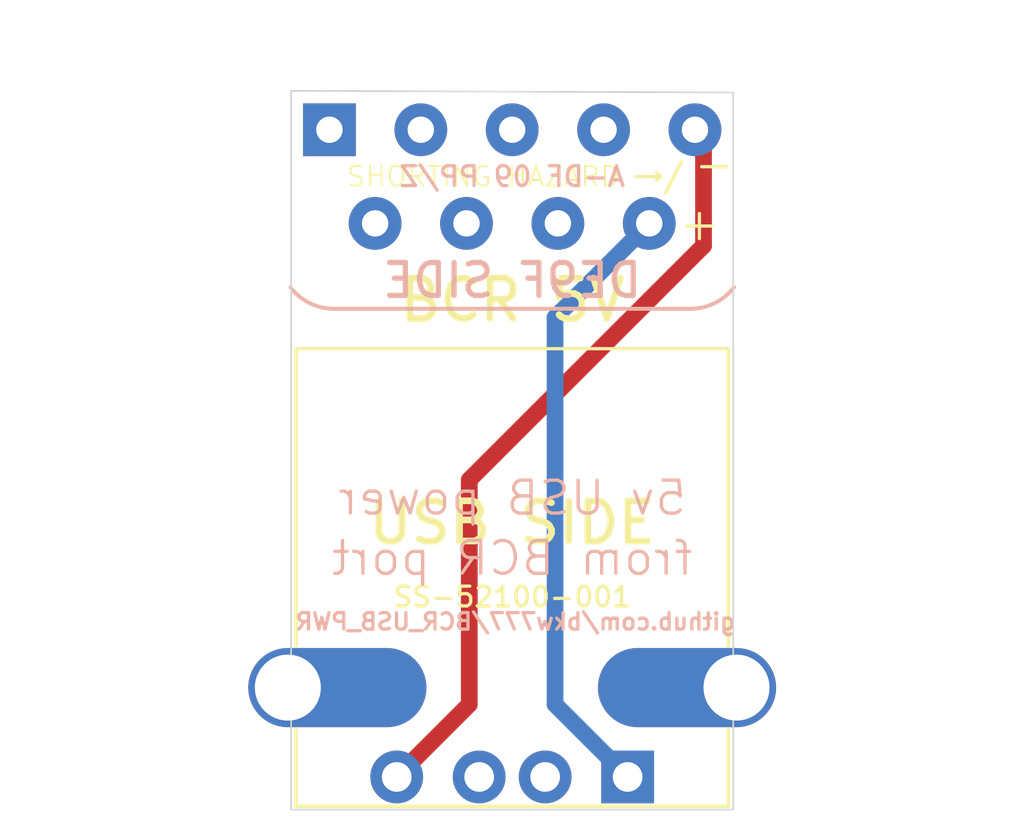
<source format=kicad_pcb>
(kicad_pcb (version 20171130) (host pcbnew 5.1.5-52549c5~84~ubuntu19.04.1)

  (general
    (thickness 1.6)
    (drawings 23)
    (tracks 8)
    (zones 0)
    (modules 2)
    (nets 4)
  )

  (page A4)
  (layers
    (0 F.Cu signal)
    (31 B.Cu signal)
    (32 B.Adhes user hide)
    (33 F.Adhes user hide)
    (34 B.Paste user hide)
    (35 F.Paste user hide)
    (36 B.SilkS user)
    (37 F.SilkS user)
    (38 B.Mask user)
    (39 F.Mask user hide)
    (40 Dwgs.User user hide)
    (41 Cmts.User user hide)
    (42 Eco1.User user hide)
    (43 Eco2.User user hide)
    (44 Edge.Cuts user)
    (45 Margin user hide)
    (46 B.CrtYd user hide)
    (47 F.CrtYd user hide)
    (48 B.Fab user hide)
    (49 F.Fab user hide)
  )

  (setup
    (last_trace_width 0.25)
    (user_trace_width 0.508)
    (trace_clearance 0.2)
    (zone_clearance 0.508)
    (zone_45_only no)
    (trace_min 0.2)
    (via_size 0.8)
    (via_drill 0.4)
    (via_min_size 0.4)
    (via_min_drill 0.3)
    (user_via 0.508 0.3048)
    (uvia_size 0.3)
    (uvia_drill 0.1)
    (uvias_allowed no)
    (uvia_min_size 0.2)
    (uvia_min_drill 0.1)
    (edge_width 0.05)
    (segment_width 0.2)
    (pcb_text_width 0.3)
    (pcb_text_size 1.5 1.5)
    (mod_edge_width 0.1016)
    (mod_text_size 1 1)
    (mod_text_width 0.15)
    (pad_size 1.6 1.6)
    (pad_drill 0.9)
    (pad_to_mask_clearance 0)
    (aux_axis_origin 0 0)
    (grid_origin 127 95.758)
    (visible_elements FFFFFF7F)
    (pcbplotparams
      (layerselection 0x010fc_ffffffff)
      (usegerberextensions false)
      (usegerberattributes false)
      (usegerberadvancedattributes false)
      (creategerberjobfile false)
      (excludeedgelayer true)
      (linewidth 0.100000)
      (plotframeref false)
      (viasonmask false)
      (mode 1)
      (useauxorigin false)
      (hpglpennumber 1)
      (hpglpenspeed 20)
      (hpglpendiameter 15.000000)
      (psnegative false)
      (psa4output false)
      (plotreference true)
      (plotvalue true)
      (plotinvisibletext false)
      (padsonsilk false)
      (subtractmaskfromsilk false)
      (outputformat 1)
      (mirror false)
      (drillshape 1)
      (scaleselection 1)
      (outputdirectory ""))
  )

  (net 0 "")
  (net 1 /+5V)
  (net 2 /GND)
  (net 3 "Net-(CN2-PadSH)")

  (net_class Default "This is the default net class."
    (clearance 0.2)
    (trace_width 0.25)
    (via_dia 0.8)
    (via_drill 0.4)
    (uvia_dia 0.3)
    (uvia_drill 0.1)
    (add_net /+5V)
    (add_net /GND)
    (add_net "Net-(CN2-PadSH)")
  )

  (module 0_LOCAL:A-DF_09_PP-Z_nec (layer B.Cu) (tedit 5F103A46) (tstamp 5F10179B)
    (at 121.46026 94.33814 180)
    (descr "9-pin D-Sub connector, straight/vertical, THT-mount, female, pitch 2.77x2.84mm, distance of mounting holes 25mm, see https://disti-assets.s3.amazonaws.com/tonar/files/datasheets/16730.pdf")
    (tags "9-pin D-Sub connector straight vertical THT female pitch 2.77x2.84mm mounting holes distance 25mm")
    (path /5F0C8236)
    (fp_text reference CN1 (at -5.5372 1.7018 180) (layer B.SilkS) hide
      (effects (font (size 1 1) (thickness 0.15)) (justify mirror))
    )
    (fp_text value DB9_Female (at -5.54 -4.53 180) (layer B.Fab)
      (effects (font (size 1 1) (thickness 0.15)) (justify mirror))
    )
    (fp_text user %R (at -5.54 -1.42 180) (layer B.Fab)
      (effects (font (size 1 1) (thickness 0.15)) (justify mirror))
    )
    (fp_line (start 9.96 3.91) (end -21.04 3.91) (layer B.CrtYd) (width 0.05))
    (fp_line (start 9.96 -6.74) (end 9.96 3.91) (layer B.CrtYd) (width 0.05))
    (fp_line (start -21.04 -6.74) (end 9.96 -6.74) (layer B.CrtYd) (width 0.05))
    (fp_line (start -21.04 3.91) (end -21.04 -6.74) (layer B.CrtYd) (width 0.05))
    (fp_line (start -10.942952 -5.43) (end -0.137048 -5.43) (layer B.SilkS) (width 0.12))
    (fp_line (start -13.358887 0.652163) (end -12.53015 -4.047837) (layer B.Fab) (width 0.1))
    (fp_line (start 2.278887 0.652163) (end 1.45015 -4.047837) (layer B.Fab) (width 0.1))
    (fp_line (start -10.954457 -5.37) (end -0.125543 -5.37) (layer B.Fab) (width 0.1))
    (fp_line (start -11.783194 2.53) (end 0.703194 2.53) (layer B.Fab) (width 0.1))
    (fp_arc (start -0.137048 -3.77) (end -0.137048 -5.43) (angle 52.39100523) (layer B.SilkS) (width 0.12))
    (fp_arc (start -10.942952 -3.77) (end -10.942952 -5.43) (angle -52.80148662) (layer B.SilkS) (width 0.12))
    (fp_arc (start -0.125543 -3.77) (end -0.125543 -5.37) (angle 80) (layer B.Fab) (width 0.1))
    (fp_arc (start -10.954457 -3.77) (end -10.954457 -5.37) (angle -80) (layer B.Fab) (width 0.1))
    (fp_arc (start 0.703194 0.93) (end 0.703194 2.53) (angle -100) (layer B.Fab) (width 0.1))
    (fp_arc (start -11.783194 0.93) (end -11.783194 2.53) (angle 100) (layer B.Fab) (width 0.1))
    (fp_line (start -5.54 -0.82) (end -5.54 -2.02) (layer Dwgs.User) (width 0.01))
    (fp_line (start -6.54 -1.42) (end -4.54 -1.42) (layer Dwgs.User) (width 0.01))
    (pad 9 thru_hole circle (at -9.695 -2.84 180) (size 1.6 1.6) (drill 0.8) (layers *.Cu *.Mask)
      (net 1 /+5V))
    (pad 8 thru_hole circle (at -6.925 -2.84 180) (size 1.6 1.6) (drill 0.8) (layers *.Cu *.Mask))
    (pad 7 thru_hole circle (at -4.155 -2.84 180) (size 1.6 1.6) (drill 0.8) (layers *.Cu *.Mask))
    (pad 6 thru_hole circle (at -1.385 -2.84 180) (size 1.6 1.6) (drill 0.8) (layers *.Cu *.Mask))
    (pad 5 thru_hole circle (at -11.08 0 180) (size 1.6 1.6) (drill 0.8) (layers *.Cu *.Mask)
      (net 2 /GND))
    (pad 4 thru_hole circle (at -8.31 0 180) (size 1.6 1.6) (drill 0.8) (layers *.Cu *.Mask))
    (pad 3 thru_hole circle (at -5.54 0 180) (size 1.6 1.6) (drill 0.8) (layers *.Cu *.Mask))
    (pad 2 thru_hole circle (at -2.77 0 180) (size 1.6 1.6) (drill 0.8) (layers *.Cu *.Mask))
    (pad 1 thru_hole rect (at 0 0 180) (size 1.6 1.6) (drill 0.8) (layers *.Cu *.Mask))
    (model ${KIPRJMOD}/3dmodels/DE9F_metal.step
      (offset (xyz -5.54 -1.42 6.3))
      (scale (xyz 1 1 1))
      (rotate (xyz 0 0 0))
    )
  )

  (module 0_LOCAL:USB_A_Female_UE27AC54100_cut (layer F.Cu) (tedit 5F100B70) (tstamp 5F0C1E7E)
    (at 127 111.258 180)
    (path /5F0C3585)
    (fp_text reference CN2 (at 0 -0.889 180 unlocked) (layer F.SilkS) hide
      (effects (font (size 1 1) (thickness 0.15)))
    )
    (fp_text value UE27AC54100 (at 0 11.35 180) (layer F.Fab)
      (effects (font (size 1 1) (thickness 0.15)))
    )
    (fp_line (start -6.55 -3.6) (end 6.55 -3.6) (layer F.SilkS) (width 0.1))
    (fp_line (start 6.55 1.25) (end 6.55 10.28) (layer F.SilkS) (width 0.1))
    (fp_line (start -6.55 1.25) (end -6.55 10.28) (layer F.SilkS) (width 0.1))
    (fp_line (start -6.55 -3.6) (end -6.55 -1.25) (layer F.SilkS) (width 0.1))
    (fp_line (start -6.55 -3.6) (end 6.55 -3.6) (layer F.Fab) (width 0.1))
    (fp_line (start 6.55 -3.6) (end 6.55 10.28) (layer F.Fab) (width 0.1))
    (fp_line (start -6.55 -3.6) (end -6.55 10.28) (layer F.Fab) (width 0.1))
    (fp_line (start -6.55 10.28) (end 6.55 10.28) (layer F.Fab) (width 0.1))
    (fp_line (start 6.55 -3.6) (end 6.55 -1.25) (layer F.SilkS) (width 0.1))
    (fp_line (start 6.55 10.28) (end -6.55 10.28) (layer F.SilkS) (width 0.1))
    (fp_line (start -6.75 -3.94) (end 6.75 -3.94) (layer F.CrtYd) (width 0.05))
    (fp_line (start 6.75 -3.94) (end 6.75 10.375) (layer F.CrtYd) (width 0.05))
    (fp_line (start -6.75 -3.94) (end -6.75 10.375) (layer F.CrtYd) (width 0.05))
    (fp_line (start -6.75 10.375) (end 6.75 10.375) (layer F.CrtYd) (width 0.05))
    (fp_text user %R (at -0.025 0.975 180) (layer F.Fab)
      (effects (font (size 1 1) (thickness 0.15)))
    )
    (pad 4 thru_hole circle (at 3.5 -2.71 180) (size 1.6 1.6) (drill 0.9) (layers *.Cu *.Mask)
      (net 2 /GND))
    (pad 3 thru_hole circle (at 1 -2.71 180) (size 1.6 1.6) (drill 0.9) (layers *.Cu *.Mask))
    (pad 2 thru_hole circle (at -1 -2.71 180) (size 1.6 1.6) (drill 0.9) (layers *.Cu *.Mask))
    (pad 1 thru_hole rect (at -3.5 -2.71 180) (size 1.6 1.6) (drill 0.9) (layers *.Cu *.Mask)
      (net 1 /+5V))
    (pad SH thru_hole oval (at 6.8 0 180) (size 5.4 2.4) (drill 2 (offset -1.5 0)) (layers *.Cu *.Mask)
      (net 3 "Net-(CN2-PadSH)"))
    (pad SH thru_hole oval (at -6.8 0 180) (size 5.4 2.4) (drill 2 (offset 1.5 0)) (layers *.Cu *.Mask)
      (net 3 "Net-(CN2-PadSH)"))
    (model ${KIPRJMOD}/3dmodels/USB-A_female_horiz_thru.step
      (offset (xyz 0 3.5 6.9))
      (scale (xyz 1 1 1))
      (rotate (xyz 0 0 0))
    )
  )

  (gr_line (start 131.5 95.758) (end 131.375 95.633) (layer F.SilkS) (width 0.1016))
  (gr_line (start 131.5 95.758) (end 131.375 95.883) (layer F.SilkS) (width 0.1016))
  (gr_line (start 131.5 95.758) (end 130.75 95.758) (layer F.SilkS) (width 0.1016))
  (gr_line (start 131.65 96.258) (end 132.125 95.308) (layer F.SilkS) (width 0.1016))
  (gr_text "SHORTING HAZARD" (at 126.125 95.758) (layer F.SilkS)
    (effects (font (size 0.6 0.6) (thickness 0.06)))
  )
  (gr_text - (at 133.125 95.383) (layer F.SilkS) (tstamp 5F104BC0)
    (effects (font (size 1 1) (thickness 0.1)))
  )
  (gr_text + (at 132.675 97.183) (layer F.SilkS)
    (effects (font (size 1 1) (thickness 0.1)))
  )
  (gr_text "A-DF 09 PP/Z" (at 127 95.758) (layer B.SilkS) (tstamp 5F0FB4DF)
    (effects (font (size 0.6 0.6) (thickness 0.1)) (justify mirror))
  )
  (gr_text "from BCR port" (at 127 107.333) (layer B.SilkS) (tstamp 5F101D38)
    (effects (font (size 1 1) (thickness 0.1)) (justify mirror))
  )
  (gr_text SS-52100-001 (at 127 108.508) (layer F.SilkS) (tstamp 5F0FB580)
    (effects (font (size 0.6 0.6) (thickness 0.1)))
  )
  (gr_text github.com/bkw777/BCR_USB_PWR (at 127.1 109.258) (layer B.SilkS) (tstamp 5F0FB320)
    (effects (font (size 0.5 0.5) (thickness 0.1)) (justify mirror))
  )
  (gr_text "5v USB power" (at 127 105.508) (layer B.SilkS) (tstamp 5F103184)
    (effects (font (size 1 1) (thickness 0.1)) (justify mirror))
  )
  (gr_line (start 120.3 93.158) (end 120.3 114.958) (layer Edge.Cuts) (width 0.05) (tstamp 5F0CCB85))
  (gr_line (start 133.7 93.208) (end 120.3 93.158) (layer Edge.Cuts) (width 0.05))
  (gr_line (start 133.7 114.958) (end 133.7 93.208) (layer Edge.Cuts) (width 0.05))
  (gr_line (start 120.3 114.958) (end 133.7 114.958) (layer Edge.Cuts) (width 0.05))
  (gr_line (start 125 114.258) (end 129 114.258) (layer Dwgs.User) (width 0.0254))
  (gr_line (start 127 97.258) (end 127 114.258) (layer Dwgs.User) (width 0.0254))
  (gr_line (start 114.3 87.376) (end 139.7 104.14) (layer Dwgs.User) (width 0.0254))
  (gr_line (start 114.3 104.14) (end 139.7 87.376) (layer Dwgs.User) (width 0.0254))
  (gr_text "BCR 5V" (at 127 99.508) (layer F.SilkS)
    (effects (font (size 1.2192 1.2192) (thickness 0.2032)))
  )
  (gr_text "DE9F SIDE" (at 127 98.908) (layer B.SilkS)
    (effects (font (size 1 1) (thickness 0.16)) (justify mirror))
  )
  (gr_text "USB SIDE" (at 127 106.258) (layer F.SilkS)
    (effects (font (size 1.2192 1.2192) (thickness 0.2032)))
  )

  (segment (start 128.3 111.768) (end 130.5 113.968) (width 0.508) (layer B.Cu) (net 1))
  (segment (start 131.15526 97.17814) (end 128.3 100.0334) (width 0.508) (layer B.Cu) (net 1))
  (segment (start 128.3 100.0334) (end 128.3 111.768) (width 0.508) (layer B.Cu) (net 1))
  (segment (start 132.8 97.858) (end 132.8 94.59788) (width 0.508) (layer F.Cu) (net 2))
  (segment (start 125.7 104.958) (end 132.8 97.858) (width 0.508) (layer F.Cu) (net 2))
  (segment (start 123.5 113.968) (end 125.7 111.768) (width 0.508) (layer F.Cu) (net 2))
  (segment (start 132.8 94.59788) (end 132.54026 94.33814) (width 0.508) (layer F.Cu) (net 2))
  (segment (start 125.7 111.768) (end 125.7 104.958) (width 0.508) (layer F.Cu) (net 2))

)

</source>
